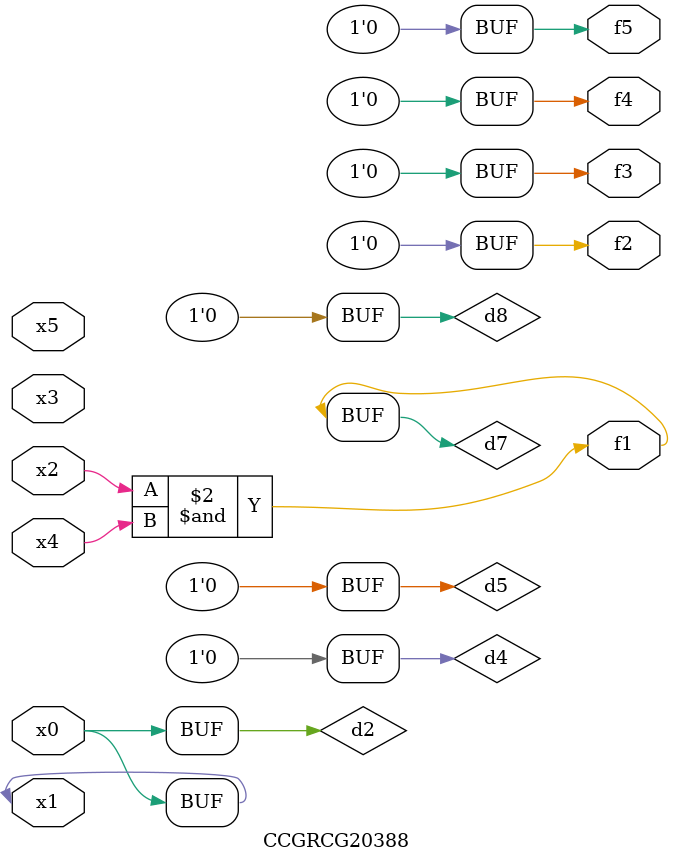
<source format=v>
module CCGRCG20388(
	input x0, x1, x2, x3, x4, x5,
	output f1, f2, f3, f4, f5
);

	wire d1, d2, d3, d4, d5, d6, d7, d8, d9;

	nand (d1, x1);
	buf (d2, x0, x1);
	nand (d3, x2, x4);
	and (d4, d1, d2);
	and (d5, d1, d2);
	nand (d6, d1, d3);
	not (d7, d3);
	xor (d8, d5);
	nor (d9, d5, d6);
	assign f1 = d7;
	assign f2 = d8;
	assign f3 = d8;
	assign f4 = d8;
	assign f5 = d8;
endmodule

</source>
